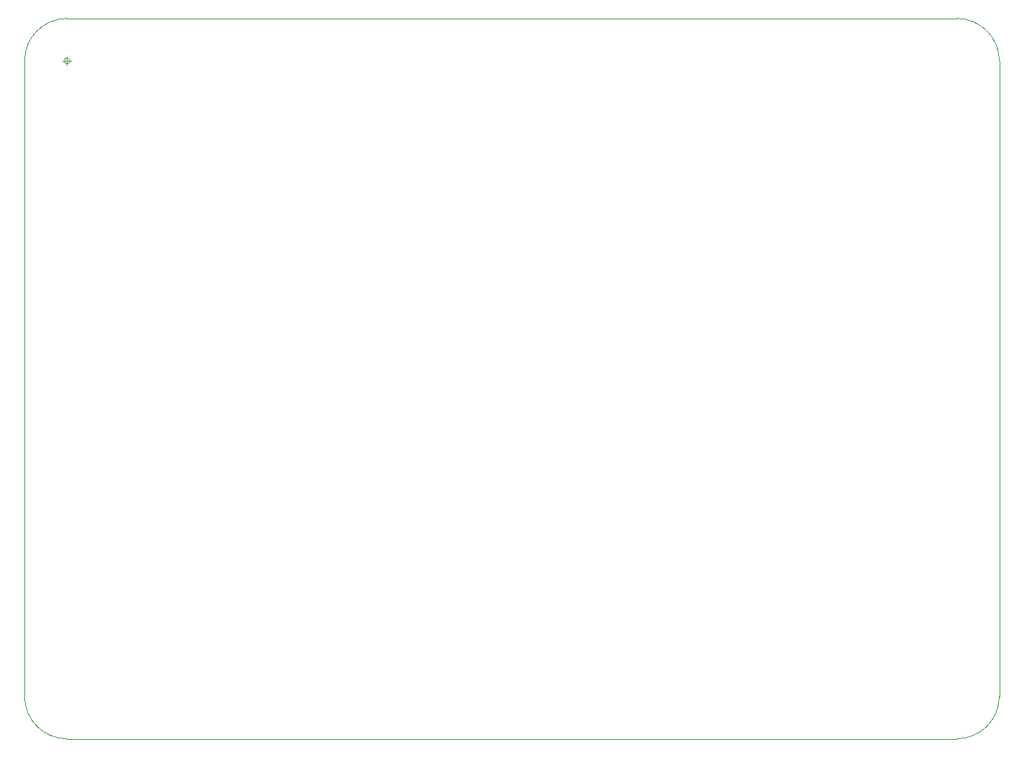
<source format=gbr>
%TF.GenerationSoftware,KiCad,Pcbnew,(6.0.1)*%
%TF.CreationDate,2022-02-17T12:45:48-06:00*%
%TF.ProjectId,IV Curve Tracer,49562043-7572-4766-9520-547261636572,1.2.0*%
%TF.SameCoordinates,PX1b50300PY6843e50*%
%TF.FileFunction,Profile,NP*%
%FSLAX46Y46*%
G04 Gerber Fmt 4.6, Leading zero omitted, Abs format (unit mm)*
G04 Created by KiCad (PCBNEW (6.0.1)) date 2022-02-17 12:45:48*
%MOMM*%
%LPD*%
G01*
G04 APERTURE LIST*
%TA.AperFunction,Profile*%
%ADD10C,0.050000*%
%TD*%
G04 APERTURE END LIST*
D10*
X114989989Y80002346D02*
G75*
G03*
X109989989Y85002346I-5000000J0D01*
G01*
X4989989Y2346D02*
X109989989Y2346D01*
X4989989Y85002346D02*
G75*
G03*
X-10011Y80002346I0J-5000000D01*
G01*
X4989989Y85002346D02*
X109989989Y85002346D01*
X-10011Y5002346D02*
G75*
G03*
X4989989Y2346I5000000J0D01*
G01*
X-10011Y80002346D02*
X-10011Y5002346D01*
X114989989Y80002346D02*
X114989989Y5002346D01*
X109989989Y2346D02*
G75*
G03*
X114989989Y5002346I0J5000000D01*
G01*
X5328322Y79987346D02*
G75*
G03*
X5328322Y79987346I-333333J0D01*
G01*
X4494989Y79987346D02*
X5494989Y79987346D01*
X4994989Y80487346D02*
X4994989Y79487346D01*
M02*

</source>
